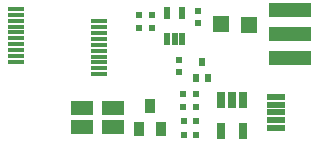
<source format=gbs>
G04 ================== begin FILE IDENTIFICATION RECORD ==================*
G04 Layout Name:  TESTPCB.brd*
G04 Film Name:    SOLDERMASK_BOTTOM*
G04 File Format:  Gerber RS274X*
G04 File Origin:  Cadence Allegro 16.6-P004*
G04 Origin Date:  Sun Jul 06 16:17:52 2014*
G04 *
G04 Layer:  VIA CLASS/SOLDERMASK_BOTTOM*
G04 Layer:  PIN/SOLDERMASK_BOTTOM*
G04 Layer:  PACKAGE GEOMETRY/SOLDERMASK_BOTTOM*
G04 Layer:  BOARD GEOMETRY/SOLDERMASK_BOTTOM*
G04 *
G04 Offset:    (0.00 0.00)*
G04 Mirror:    No*
G04 Mode:      Positive*
G04 Rotation:  0*
G04 FullContactRelief:  No*
G04 UndefLineWidth:     5.00*
G04 ================== end FILE IDENTIFICATION RECORD ====================*
%FSLAX55Y55*MOIN*%
%IR0*IPPOS*OFA0.00000B0.00000*MIA0B0*SFA1.00000B1.00000*%
%ADD20R,.143X.045*%
%ADD17R,.02X.03*%
%ADD15R,.021X.041*%
%ADD13R,.024X.024*%
%ADD16R,.03X.054*%
%ADD14R,.024X.024*%
%ADD10R,.055X.015*%
%ADD12R,.036X.045*%
%ADD19R,.059X.023*%
%ADD11R,.072X.046*%
%ADD18R,.055X.055*%
%LPD*%
G75*
G54D10*
X760800Y1683645D03*
Y1685614D03*
Y1687583D03*
Y1689552D03*
Y1691521D03*
Y1693490D03*
Y1695459D03*
Y1697428D03*
Y1699397D03*
Y1701366D03*
X788400Y1679545D03*
Y1681514D03*
Y1683483D03*
Y1685452D03*
Y1687421D03*
Y1689390D03*
Y1691359D03*
Y1693328D03*
Y1695297D03*
Y1697266D03*
G54D11*
X782695Y1668417D03*
Y1661921D03*
X793325Y1668417D03*
Y1661921D03*
G54D20*
X852100Y1685104D03*
Y1692978D03*
Y1700852D03*
G54D12*
X801840Y1661162D03*
X805580Y1669036D03*
X809320Y1661162D03*
G54D13*
X801900Y1695100D03*
Y1699300D03*
X815200Y1684400D03*
Y1680200D03*
X806300Y1695100D03*
Y1699300D03*
X821400Y1696600D03*
Y1700800D03*
G54D14*
X816800Y1659400D03*
X816700Y1664000D03*
X816600Y1668800D03*
X816500Y1673100D03*
X821000Y1659400D03*
X820900Y1664000D03*
X820800Y1668800D03*
X820700Y1673100D03*
G54D15*
X816327Y1699900D03*
X811209D03*
Y1691300D03*
X813768D03*
X816327D03*
G54D16*
X829100Y1660800D03*
X832840Y1671100D03*
X829100D03*
X836580Y1660800D03*
Y1671100D03*
G54D17*
X822772Y1683512D03*
X820804Y1678394D03*
X824740D03*
G54D18*
X829300Y1696200D03*
X838400Y1696100D03*
G54D19*
X847600Y1661720D03*
Y1664280D03*
Y1666840D03*
Y1669400D03*
Y1671960D03*
M02*

</source>
